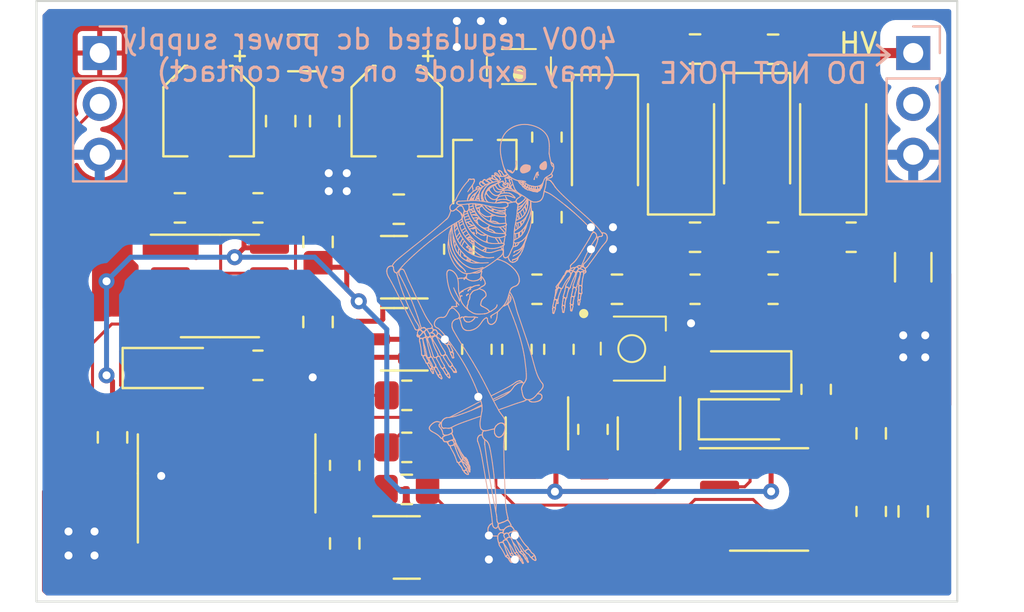
<source format=kicad_pcb>
(kicad_pcb (version 20221018) (generator pcbnew)

  (general
    (thickness 1.6)
  )

  (paper "A4")
  (layers
    (0 "F.Cu" signal)
    (31 "B.Cu" signal)
    (32 "B.Adhes" user "B.Adhesive")
    (33 "F.Adhes" user "F.Adhesive")
    (34 "B.Paste" user)
    (35 "F.Paste" user)
    (36 "B.SilkS" user "B.Silkscreen")
    (37 "F.SilkS" user "F.Silkscreen")
    (38 "B.Mask" user)
    (39 "F.Mask" user)
    (40 "Dwgs.User" user "User.Drawings")
    (41 "Cmts.User" user "User.Comments")
    (42 "Eco1.User" user "User.Eco1")
    (43 "Eco2.User" user "User.Eco2")
    (44 "Edge.Cuts" user)
    (45 "Margin" user)
    (46 "B.CrtYd" user "B.Courtyard")
    (47 "F.CrtYd" user "F.Courtyard")
    (48 "B.Fab" user)
    (49 "F.Fab" user)
    (50 "User.1" user)
    (51 "User.2" user)
    (52 "User.3" user)
    (53 "User.4" user)
    (54 "User.5" user)
    (55 "User.6" user)
    (56 "User.7" user)
    (57 "User.8" user)
    (58 "User.9" user)
  )

  (setup
    (stackup
      (layer "F.SilkS" (type "Top Silk Screen"))
      (layer "F.Paste" (type "Top Solder Paste"))
      (layer "F.Mask" (type "Top Solder Mask") (thickness 0.01))
      (layer "F.Cu" (type "copper") (thickness 0.035))
      (layer "dielectric 1" (type "core") (thickness 1.51) (material "FR4") (epsilon_r 4.5) (loss_tangent 0.02))
      (layer "B.Cu" (type "copper") (thickness 0.035))
      (layer "B.Mask" (type "Bottom Solder Mask") (thickness 0.01))
      (layer "B.Paste" (type "Bottom Solder Paste"))
      (layer "B.SilkS" (type "Bottom Silk Screen"))
      (copper_finish "None")
      (dielectric_constraints no)
    )
    (pad_to_mask_clearance 0)
    (pcbplotparams
      (layerselection 0x00010fc_ffffffff)
      (plot_on_all_layers_selection 0x0000000_00000000)
      (disableapertmacros false)
      (usegerberextensions true)
      (usegerberattributes true)
      (usegerberadvancedattributes true)
      (creategerberjobfile false)
      (dashed_line_dash_ratio 12.000000)
      (dashed_line_gap_ratio 3.000000)
      (svgprecision 4)
      (plotframeref false)
      (viasonmask false)
      (mode 1)
      (useauxorigin false)
      (hpglpennumber 1)
      (hpglpenspeed 20)
      (hpglpendiameter 15.000000)
      (dxfpolygonmode true)
      (dxfimperialunits true)
      (dxfusepcbnewfont true)
      (psnegative false)
      (psa4output false)
      (plotreference true)
      (plotvalue true)
      (plotinvisibletext false)
      (sketchpadsonfab false)
      (subtractmaskfromsilk true)
      (outputformat 1)
      (mirror false)
      (drillshape 0)
      (scaleselection 1)
      (outputdirectory "gerber/")
    )
  )

  (net 0 "")
  (net 1 "VCC")
  (net 2 "GND")
  (net 3 "/VPR")
  (net 4 "Net-(C5-Pad1)")
  (net 5 "VPP")
  (net 6 "/VTR_SEC")
  (net 7 "/GATE")
  (net 8 "Net-(D2-K)")
  (net 9 "/VFEED")
  (net 10 "Net-(D3-K)")
  (net 11 "Net-(D1-K)")
  (net 12 "Net-(C9-Pad1)")
  (net 13 "/VERR")
  (net 14 "Net-(D4-K)")
  (net 15 "/ENABLE")
  (net 16 "unconnected-(J2-Pin_2-Pad2)")
  (net 17 "/RFEED_H")
  (net 18 "Net-(Q2-B)")
  (net 19 "Net-(Q2-E)")
  (net 20 "/SR_Q")
  (net 21 "/EN_LINE")
  (net 22 "/SR_R")
  (net 23 "/SR_NQ")
  (net 24 "/SR_S")
  (net 25 "Net-(U5-CV)")
  (net 26 "Net-(D5-K)")
  (net 27 "Net-(C19-Pad1)")
  (net 28 "Net-(D6-K)")
  (net 29 "Net-(D6-A)")
  (net 30 "Net-(D7-K)")
  (net 31 "/MOS_D")
  (net 32 "Net-(U1-+)")
  (net 33 "Net-(U1--)")
  (net 34 "Net-(U2-+)")
  (net 35 "Net-(U6A-+)")
  (net 36 "Net-(U6B-+)")
  (net 37 "Net-(U3-Pad2)")

  (footprint "Capacitor_SMD:C_0805_2012Metric_Pad1.18x1.45mm_HandSolder" (layer "F.Cu") (at 158.6 42 90))

  (footprint "Resistor_SMD:R_0805_2012Metric_Pad1.20x1.40mm_HandSolder" (layer "F.Cu") (at 140.9 37.8 -90))

  (footprint "Resistor_SMD:R_0805_2012Metric_Pad1.20x1.40mm_HandSolder" (layer "F.Cu") (at 149.8 34.8 180))

  (footprint "Package_TO_SOT_SMD:SOT-23-5" (layer "F.Cu") (at 147.5 42 -90))

  (footprint "Resistor_SMD:R_0805_2012Metric_Pad1.20x1.40mm_HandSolder" (layer "F.Cu") (at 144.7 41.8 90))

  (footprint "Capacitor_SMD:C_0805_2012Metric_Pad1.18x1.45mm_HandSolder" (layer "F.Cu") (at 120.7 42.2 -90))

  (footprint "Capacitor_SMD:C_0805_2012Metric_Pad1.18x1.45mm_HandSolder" (layer "F.Cu") (at 130.965 36.435 -90))

  (footprint "Package_SO:SOIC-8_3.9x4.9mm_P1.27mm" (layer "F.Cu") (at 126.065 34.635))

  (footprint "Capacitor_SMD:C_0805_2012Metric_Pad1.18x1.45mm_HandSolder" (layer "F.Cu") (at 153.7 22.81))

  (footprint "Package_TO_SOT_SMD:SOT-23" (layer "F.Cu") (at 135.4 47.7))

  (footprint "Diode_SMD:D_SOD-123" (layer "F.Cu") (at 152.25 38.9 180))

  (footprint "Diode_SMD:D_SMA" (layer "F.Cu") (at 149.1 27.555 90))

  (footprint "Resistor_SMD:R_0805_2012Metric_Pad1.20x1.40mm_HandSolder" (layer "F.Cu") (at 135.4 40.1))

  (footprint "Resistor_SMD:R_0805_2012Metric_Pad1.20x1.40mm_HandSolder" (layer "F.Cu") (at 155.85 39.8 90))

  (footprint "Resistor_SMD:R_0805_2012Metric_Pad1.20x1.40mm_HandSolder" (layer "F.Cu") (at 157.6 32.2))

  (footprint "lcsc_misc:VG039NCHXTB222" (layer "F.Cu") (at 149.340139 37.815139 -90))

  (footprint "Resistor_SMD:R_1206_3216Metric_Pad1.30x1.75mm_HandSolder" (layer "F.Cu") (at 130.2 23))

  (footprint "Capacitor_SMD:C_0805_2012Metric_Pad1.18x1.45mm_HandSolder" (layer "F.Cu") (at 129.1 26.4 -90))

  (footprint "Resistor_SMD:R_0805_2012Metric_Pad1.20x1.40mm_HandSolder" (layer "F.Cu") (at 132.3 43.6 -90))

  (footprint "Diode_SMD:D_SOD-123" (layer "F.Cu") (at 152.35 41.3))

  (footprint "Resistor_SMD:R_0805_2012Metric_Pad1.20x1.40mm_HandSolder" (layer "F.Cu") (at 143 37.8 -90))

  (footprint "Package_SO:SOIC-14_3.9x8.7mm_P1.27mm" (layer "F.Cu") (at 126.4 44 90))

  (footprint "Diode_SMD:D_SOD-123" (layer "F.Cu") (at 123.565 38.735))

  (footprint "Resistor_SMD:R_0805_2012Metric_Pad1.20x1.40mm_HandSolder" (layer "F.Cu") (at 135.4 42.7))

  (footprint "Capacitor_SMD:C_0805_2012Metric_Pad1.18x1.45mm_HandSolder" (layer "F.Cu") (at 132.3 47.5 -90))

  (footprint "Package_TO_SOT_SMD:SOT-23" (layer "F.Cu") (at 134.7625 33.7 180))

  (footprint "Package_TO_SOT_SMD:SOT-23" (layer "F.Cu") (at 134.7625 37.3 180))

  (footprint "Diode_SMD:D_SMA" (layer "F.Cu") (at 145.3 27.6 -90))

  (footprint "lcsc_misc:ATB322524-0110-T000" (layer "F.Cu") (at 141 23.7))

  (footprint "Package_SO:SOIC-8_3.9x4.9mm_P1.27mm" (layer "F.Cu") (at 153.5 45.3))

  (footprint "Capacitor_SMD:C_1206_3216Metric_Pad1.33x1.80mm_HandSolder" (layer "F.Cu") (at 160.7 33.7 -90))

  (footprint "Capacitor_SMD:C_0805_2012Metric_Pad1.18x1.45mm_HandSolder" (layer "F.Cu") (at 149.8 32.2))

  (footprint "Capacitor_SMD:C_0805_2012Metric_Pad1.18x1.45mm_HandSolder" (layer "F.Cu") (at 149.8 22.8))

  (footprint "Capacitor_SMD:C_0805_2012Metric_Pad1.18x1.45mm_HandSolder" (layer "F.Cu") (at 135.4 44.8 180))

  (footprint "Capacitor_SMD:C_0805_2012Metric_Pad1.18x1.45mm_HandSolder" (layer "F.Cu") (at 153.7 32.2))

  (footprint "Diode_SMD:D_SMA" (layer "F.Cu") (at 156.7 27.555 90))

  (footprint "Capacitor_SMD:CP_Elec_4x5.4" (layer "F.Cu") (at 125.5 25.9 -90))

  (footprint "Capacitor_SMD:C_0805_2012Metric_Pad1.18x1.45mm_HandSolder" (layer "F.Cu") (at 142.4 31.2 -90))

  (footprint "Capacitor_SMD:C_0805_2012Metric_Pad1.18x1.45mm_HandSolder" (layer "F.Cu") (at 145.9 34.8 180))

  (footprint "Resistor_SMD:R_0805_2012Metric_Pad1.20x1.40mm_HandSolder" (layer "F.Cu") (at 138.9 37.8 -90))

  (footprint "Resistor_SMD:R_0805_2012Metric_Pad1.20x1.40mm_HandSolder" (layer "F.Cu") (at 158.6 45.9 90))

  (footprint "Resistor_SMD:R_0805_2012Metric_Pad1.20x1.40mm_HandSolder" (layer "F.Cu") (at 141.9 34.8))

  (footprint "Diode_SMD:D_SMA" (layer "F.Cu") (at 152.9 27.51 -90))

  (footprint "Resistor_SMD:R_0805_2012Metric_Pad1.20x1.40mm_HandSolder" (layer "F.Cu") (at 138 32.8 90))

  (footprint "Resistor_SMD:R_0805_2012Metric_Pad1.20x1.40mm_HandSolder" (layer "F.Cu") (at 127.965 38.6))

  (footprint "Capacitor_SMD:CP_Elec_4x5.4" (layer "F.Cu") (at 134.9 25.9 -90))

  (footprint "Resistor_SMD:R_0805_2012Metric_Pad1.20x1.40mm_HandSolder" (layer "F.Cu") (at 142.4 27.2 -90))

  (footprint "Capacitor_SMD:C_0805_2012Metric_Pad1.18x1.45mm_HandSolder" (layer "F.Cu") (at 160.7 45.9 90))

  (footprint "Capacitor_SMD:C_0805_2012Metric_Pad1.18x1.45mm_HandSolder" (layer "F.Cu") (at 131.3 26.4 -90))

  (footprint "Capacitor_SMD:C_0805_2012Metric_Pad1.18x1.45mm_HandSolder" (layer "F.Cu") (at 124.065 30.735 180))

  (footprint "Capacitor_SMD:C_0805_2012Metric_Pad1.18x1.45mm_HandSolder" (layer "F.Cu")
    (tstamp dfd04d1b-a8e1-4999-96d0-7313441bf5f4)
    (at 135 30.8 180)
    (descr "Capacitor SMD 0805 (2012 Metric), square (rectangular) end terminal, IPC_7351 nominal with elongated pad for handsoldering. (Body size source: IPC-SM-782 page 76, https://www.pcb-3d.com/wordpress/wp-content/uploads/ipc-sm-782a_amendment_1_and_2.pdf, https://docs.google.com/spreadsheets/d/1BsfQQcO9C6DZCsRaXUlFlo91Tg2WpOkGARC1WS5S8t0/edit?usp=sharing), generated with kicad-footprint-generator")
    (tags "capacitor handsolder")
    (property "LCSC" "C1710")
    (property "Sheetfile" "geiger_counter.kicad_sch")
    (property "Sheetname" "")
    (property "ki_description" "Unpolarized capacitor, small symbol")
    (property "ki_keywords" "capacitor cap")
    (path "/7402e223-b305-49b2-b47f-af142d316dcb
... [6508487 chars truncated]
</source>
